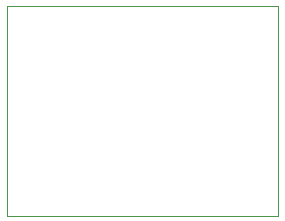
<source format=gbr>
%TF.GenerationSoftware,Altium Limited,Altium Designer,21.8.1 (53)*%
G04 Layer_Color=0*
%FSLAX26Y26*%
%MOIN*%
%TF.SameCoordinates,2531CBD8-4BF0-4D0B-A877-44D4BE5F07E3*%
%TF.FilePolarity,Positive*%
%TF.FileFunction,Profile,NP*%
%TF.Part,Single*%
G01*
G75*
%TA.AperFunction,Profile*%
%ADD31C,0.001000*%
D31*
X452000Y-348000D02*
X-452000D01*
Y352000D01*
X452000D01*
Y-348000D01*
D01*
%TF.MD5,d89ad77099f46e67a37737da140bb14a*%
M02*

</source>
